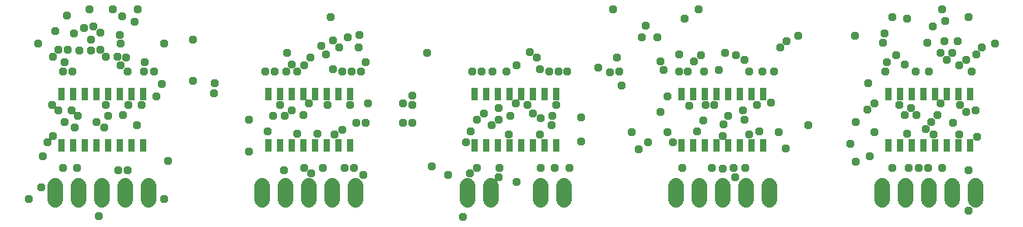
<source format=gbr>
G04 EAGLE Gerber RS-274X export*
G75*
%MOMM*%
%FSLAX34Y34*%
%LPD*%
%INSoldermask Bottom*%
%IPPOS*%
%AMOC8*
5,1,8,0,0,1.08239X$1,22.5*%
G01*
%ADD10C,1.727200*%
%ADD11R,0.803200X1.403200*%
%ADD12C,0.959600*%


D10*
X150800Y127620D02*
X150800Y112380D01*
X125400Y112380D02*
X125400Y127620D01*
X100000Y127620D02*
X100000Y112380D01*
X74600Y112380D02*
X74600Y127620D01*
X49200Y127620D02*
X49200Y112380D01*
X274200Y112380D02*
X274200Y127620D01*
X299600Y127620D02*
X299600Y112380D01*
X325000Y112380D02*
X325000Y127620D01*
X350400Y127620D02*
X350400Y112380D01*
X375800Y112380D02*
X375800Y127620D01*
X724200Y127620D02*
X724200Y112380D01*
X749600Y112380D02*
X749600Y127620D01*
X775000Y127620D02*
X775000Y112380D01*
X800400Y112380D02*
X800400Y127620D01*
X825800Y127620D02*
X825800Y112380D01*
X949200Y112380D02*
X949200Y127620D01*
X974600Y127620D02*
X974600Y112380D01*
X1000000Y112380D02*
X1000000Y127620D01*
X1025400Y127620D02*
X1025400Y112380D01*
X1050800Y112380D02*
X1050800Y127620D01*
X577300Y127620D02*
X577300Y112380D01*
X602700Y112380D02*
X602700Y127620D01*
X497300Y127620D02*
X497300Y112380D01*
X522700Y112380D02*
X522700Y127620D01*
D11*
X55550Y228000D03*
X68250Y228000D03*
X80950Y228000D03*
X93650Y228000D03*
X106350Y228000D03*
X119050Y228000D03*
X131750Y228000D03*
X144450Y228000D03*
X144450Y172000D03*
X131750Y172000D03*
X119050Y172000D03*
X106350Y172000D03*
X93650Y172000D03*
X80950Y172000D03*
X68250Y172000D03*
X55550Y172000D03*
X280550Y228000D03*
X293250Y228000D03*
X305950Y228000D03*
X318650Y228000D03*
X331350Y228000D03*
X344050Y228000D03*
X356750Y228000D03*
X369450Y228000D03*
X369450Y172000D03*
X356750Y172000D03*
X344050Y172000D03*
X331350Y172000D03*
X318650Y172000D03*
X305950Y172000D03*
X293250Y172000D03*
X280550Y172000D03*
X505550Y228000D03*
X518250Y228000D03*
X530950Y228000D03*
X543650Y228000D03*
X556350Y228000D03*
X569050Y228000D03*
X581750Y228000D03*
X594450Y228000D03*
X594450Y172000D03*
X581750Y172000D03*
X569050Y172000D03*
X556350Y172000D03*
X543650Y172000D03*
X530950Y172000D03*
X518250Y172000D03*
X505550Y172000D03*
X730550Y228000D03*
X743250Y228000D03*
X755950Y228000D03*
X768650Y228000D03*
X781350Y228000D03*
X794050Y228000D03*
X806750Y228000D03*
X819450Y228000D03*
X819450Y172000D03*
X806750Y172000D03*
X794050Y172000D03*
X781350Y172000D03*
X768650Y172000D03*
X755950Y172000D03*
X743250Y172000D03*
X730550Y172000D03*
X955550Y228000D03*
X968250Y228000D03*
X980950Y228000D03*
X993650Y228000D03*
X1006350Y228000D03*
X1019050Y228000D03*
X1031750Y228000D03*
X1044450Y228000D03*
X1044450Y172000D03*
X1031750Y172000D03*
X1019050Y172000D03*
X1006350Y172000D03*
X993650Y172000D03*
X980950Y172000D03*
X968250Y172000D03*
X955550Y172000D03*
D12*
X800000Y147500D03*
X1042500Y145000D03*
X492500Y93750D03*
X171250Y155000D03*
X167500Y113750D03*
X383750Y140000D03*
X731250Y147500D03*
X787500Y147500D03*
X836250Y186250D03*
X1005000Y183750D03*
X827500Y218750D03*
X940000Y186250D03*
X976250Y185000D03*
X1040000Y208750D03*
X797500Y210000D03*
X145000Y252500D03*
X593750Y216250D03*
X542500Y183750D03*
X562500Y216250D03*
X370000Y216250D03*
X35000Y160000D03*
X57500Y147500D03*
X333750Y185000D03*
X280000Y187500D03*
X507500Y200000D03*
X312500Y185000D03*
X608750Y147500D03*
X1026250Y196250D03*
X913750Y173750D03*
X803750Y183750D03*
X935000Y160000D03*
X72500Y147500D03*
X297500Y145000D03*
X300000Y252500D03*
X46250Y182500D03*
X52500Y276250D03*
X127500Y145000D03*
X577500Y147500D03*
X577500Y201250D03*
X352500Y183750D03*
X523750Y193750D03*
X747500Y187500D03*
X40000Y175000D03*
X103750Y268750D03*
X46250Y268750D03*
X58750Y262500D03*
X120000Y258750D03*
X57500Y252500D03*
X127500Y252500D03*
X45000Y216250D03*
X67500Y252500D03*
X128750Y216250D03*
X87500Y287500D03*
X126250Y267500D03*
X146250Y262500D03*
X87500Y275000D03*
X120000Y282500D03*
X103750Y216250D03*
X142500Y216250D03*
X156250Y252500D03*
X97500Y276250D03*
X260000Y165000D03*
X260000Y200000D03*
X318750Y205000D03*
X277500Y252500D03*
X301250Y272500D03*
X287500Y252500D03*
X306250Y260000D03*
X343750Y271250D03*
X312500Y252500D03*
X351250Y255000D03*
X361250Y252500D03*
X306250Y210000D03*
X371250Y252500D03*
X320000Y258750D03*
X381250Y252500D03*
X326250Y267500D03*
X501250Y187500D03*
X543750Y203750D03*
X502500Y252500D03*
X550000Y217500D03*
X512500Y252500D03*
X565000Y273750D03*
X525000Y252500D03*
X572500Y267500D03*
X540000Y252500D03*
X576250Y255000D03*
X586250Y252500D03*
X531250Y212500D03*
X596250Y252500D03*
X551250Y258750D03*
X606250Y252500D03*
X715000Y186250D03*
X776250Y195000D03*
X727500Y252500D03*
X781250Y203750D03*
X737500Y252500D03*
X790000Y270000D03*
X755000Y252500D03*
X798750Y265000D03*
X803750Y252500D03*
X756250Y216250D03*
X766250Y216250D03*
X812500Y216250D03*
X818750Y252500D03*
X771250Y253750D03*
X831250Y252500D03*
X96250Y95000D03*
X1052500Y181250D03*
X1051250Y271250D03*
X1000000Y252500D03*
X1046250Y252500D03*
X996250Y190000D03*
X980000Y212500D03*
X1033750Y216250D03*
X985000Y252500D03*
X1032500Y258750D03*
X967500Y216250D03*
X1018750Y265000D03*
X953750Y262500D03*
X1012500Y272500D03*
X952500Y252500D03*
X1012500Y217500D03*
X920000Y153750D03*
X1002500Y197500D03*
X920000Y197500D03*
X20000Y113750D03*
X33750Y126250D03*
X48750Y296250D03*
X52500Y210000D03*
X61250Y313750D03*
X58750Y197500D03*
X62500Y276250D03*
X73750Y203750D03*
X68750Y293750D03*
X66250Y210000D03*
X80000Y300000D03*
X93750Y197500D03*
X86250Y320000D03*
X30000Y282500D03*
X90000Y301250D03*
X102500Y191250D03*
X97500Y295000D03*
X106250Y203750D03*
X75000Y275000D03*
X117500Y145000D03*
X116250Y268750D03*
X122500Y205000D03*
X111250Y320000D03*
X158750Y225000D03*
X118750Y292500D03*
X137500Y193750D03*
X121250Y312500D03*
X167500Y282500D03*
X135000Y306250D03*
X198750Y242500D03*
X138750Y320000D03*
X221250Y228750D03*
X198750Y287500D03*
X286250Y203750D03*
X348750Y311250D03*
X293750Y216250D03*
X338750Y280000D03*
X298750Y203750D03*
X351250Y286250D03*
X320000Y147500D03*
X357500Y278750D03*
X325000Y217500D03*
X367500Y290000D03*
X327500Y141250D03*
X378750Y278750D03*
X373750Y147500D03*
X380000Y292500D03*
X345000Y216250D03*
X386250Y262500D03*
X340000Y147500D03*
X388750Y217500D03*
X363750Y147500D03*
X386250Y196250D03*
X361250Y188750D03*
X458750Y148750D03*
X500000Y141250D03*
X427500Y196250D03*
X496250Y175000D03*
X437500Y196250D03*
X507500Y147500D03*
X427500Y217500D03*
X515000Y206250D03*
X437500Y216250D03*
X532500Y147500D03*
X437500Y226250D03*
X531250Y200000D03*
X476250Y140000D03*
X531250Y137500D03*
X621250Y202500D03*
X551250Y132500D03*
X656250Y320000D03*
X687500Y290000D03*
X660000Y267500D03*
X568750Y206250D03*
X652500Y251250D03*
X576250Y183750D03*
X662500Y252500D03*
X590000Y203750D03*
X665000Y237500D03*
X588750Y193750D03*
X621250Y176250D03*
X592500Y147500D03*
X691250Y302500D03*
X703750Y290000D03*
X693750Y175000D03*
X721250Y175000D03*
X707500Y263750D03*
X738750Y215000D03*
X711250Y253750D03*
X753750Y198750D03*
X707500Y208750D03*
X683750Y167500D03*
X743750Y263750D03*
X763750Y147500D03*
X727500Y271250D03*
X775000Y146250D03*
X733750Y310000D03*
X775000Y182500D03*
X751250Y270000D03*
X788750Y137500D03*
X748750Y320000D03*
X857500Y291250D03*
X777500Y272500D03*
X798750Y200000D03*
X918750Y291250D03*
X815000Y187500D03*
X868750Y193750D03*
X843750Y168750D03*
X960000Y311250D03*
X845000Y285000D03*
X951250Y293750D03*
X932500Y211250D03*
X950000Y283750D03*
X940000Y217500D03*
X976250Y310000D03*
X960000Y147500D03*
X963750Y270000D03*
X977500Y147500D03*
X997500Y283750D03*
X988750Y147500D03*
X1003750Y301250D03*
X998750Y147500D03*
X973750Y260000D03*
X973750Y205000D03*
X1042500Y311250D03*
X1071250Y282500D03*
X1040000Y265000D03*
X1050000Y210000D03*
X1031250Y285000D03*
X1042500Y101250D03*
X1025000Y272500D03*
X1032500Y183750D03*
X1016250Y285000D03*
X1008750Y205000D03*
X1017500Y307500D03*
X1013750Y147500D03*
X1013750Y320000D03*
X986250Y205000D03*
X165000Y238750D03*
X376250Y196250D03*
X837500Y278750D03*
X640000Y256250D03*
X1057500Y278750D03*
X70000Y191250D03*
X222500Y240000D03*
X715000Y225000D03*
X676250Y186250D03*
X933750Y240000D03*
X453750Y272500D03*
M02*

</source>
